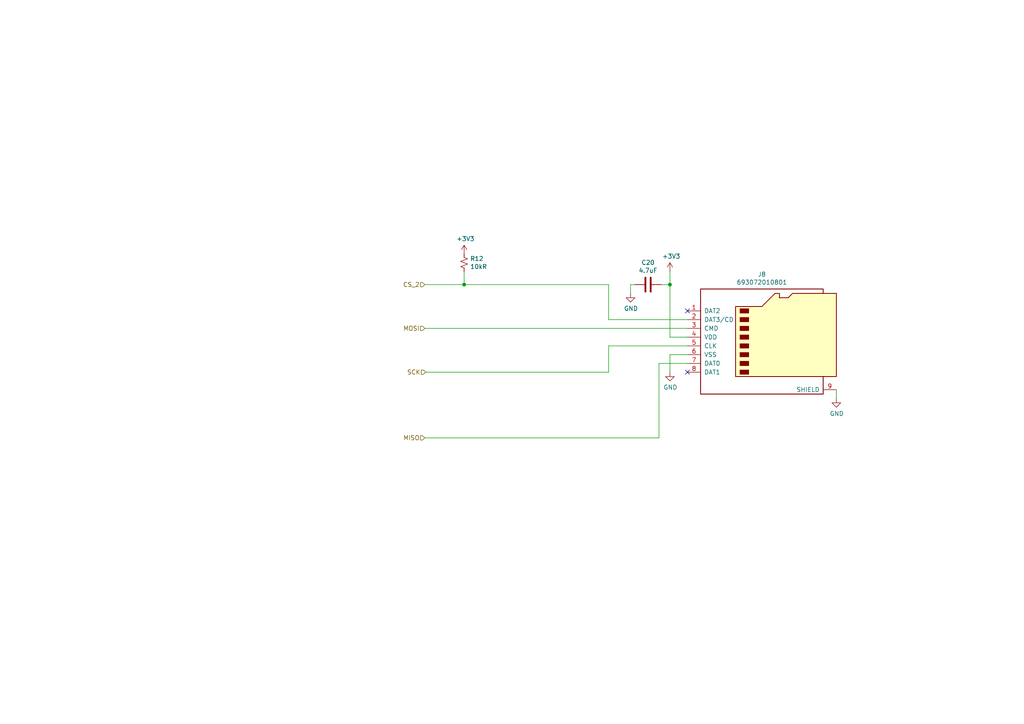
<source format=kicad_sch>
(kicad_sch (version 20211123) (generator eeschema)
  (paper "A4")
  (lib_symbols
    (symbol "Connector:Micro_SD_Card" (pin_names (offset 1.016))
      (property "Reference" "J" (at -16.51 15.24 0))
      (property "Value" "Micro_SD_Card" (at 16.51 15.24 0))
      (symbol "Micro_SD_Card_0_1"
        (rectangle (start -7.62 -9.525) (end -5.08 -10.795) (fill (type outline)))
        (rectangle (start -7.62 -6.985) (end -5.08 -8.255) (fill (type outline)))
        (rectangle (start -7.62 -4.445) (end -5.08 -5.715) (fill (type outline)))
        (rectangle (start -7.62 -1.905) (end -5.08 -3.175) (fill (type outline)))
        (rectangle (start -7.62 0.635) (end -5.08 -0.635) (fill (type outline)))
        (rectangle (start -7.62 3.175) (end -5.08 1.905) (fill (type outline)))
        (rectangle (start -7.62 5.715) (end -5.08 4.445) (fill (type outline)))
        (rectangle (start -7.62 8.255) (end -5.08 6.985) (fill (type outline)))
        (polyline (pts (xy 16.51 12.7) (xy 16.51 13.97) (xy -19.05 13.97) (xy -19.05 -16.51) (xy 16.51 -16.51) (xy 16.51 -11.43)) (stroke (width 0.254)))
        (polyline (pts (xy -8.89 -11.43) (xy -8.89 8.89) (xy -1.27 8.89) (xy 2.54 12.7) (xy 3.81 12.7) (xy 3.81 11.43) (xy 6.35 11.43) (xy 7.62 12.7) (xy 20.32 12.7) (xy 20.32 -11.43) (xy -8.89 -11.43)) (stroke (width 0.254)) (fill (type background)))
      )
      (symbol "Micro_SD_Card_1_1"
        (pin bidirectional line (at -22.86 7.62 0) (length 3.81) (name "DAT2") (number "1"))
        (pin bidirectional line (at -22.86 5.08 0) (length 3.81) (name "DAT3/CD") (number "2"))
        (pin input line (at -22.86 2.54 0) (length 3.81) (name "CMD") (number "3"))
        (pin power_in line (at -22.86 0 0) (length 3.81) (name "VDD") (number "4"))
        (pin input line (at -22.86 -2.54 0) (length 3.81) (name "CLK") (number "5"))
        (pin power_in line (at -22.86 -5.08 0) (length 3.81) (name "VSS") (number "6"))
        (pin bidirectional line (at -22.86 -7.62 0) (length 3.81) (name "DAT0") (number "7"))
        (pin bidirectional line (at -22.86 -10.16 0) (length 3.81) (name "DAT1") (number "8"))
        (pin passive line (at 20.32 -15.24 180) (length 3.81) (name "SHIELD") (number "9"))
      )
    )
    (symbol "Device:C" (pin_numbers hide) (pin_names (offset 0.254))
      (property "Reference" "C" (at 0.635 2.54 0))
      (property "Value" "C" (at 0.635 -2.54 0))
      (symbol "C_0_1"
        (polyline (pts (xy -2.032 -0.762) (xy 2.032 -0.762)) (stroke (width 0.508)))
        (polyline (pts (xy -2.032 0.762) (xy 2.032 0.762)) (stroke (width 0.508)))
      )
      (symbol "C_1_1"
        (pin passive line (at 0 3.81 270) (length 2.794) (name "~") (number "1"))
        (pin passive line (at 0 -3.81 90) (length 2.794) (name "~") (number "2"))
      )
    )
    (symbol "Device:R_Small_US" (pin_numbers hide) (pin_names (offset 0.254) hide)
      (property "Reference" "R" (at 0.762 0.508 0))
      (property "Value" "R_Small_US" (at 0.762 -1.016 0))
      (symbol "R_Small_US_1_1"
        (polyline (pts (xy 0 0) (xy 1.016 -0.381) (xy 0 -0.762) (xy -1.016 -1.143) (xy 0 -1.524)))
        (polyline (pts (xy 0 1.524) (xy 1.016 1.143) (xy 0 0.762) (xy -1.016 0.381) (xy 0 0)))
        (pin passive line (at 0 2.54 270) (length 1.016) (name "~") (number "1"))
        (pin passive line (at 0 -2.54 90) (length 1.016) (name "~") (number "2"))
      )
    )
    (symbol "power:+3.3V" (power) (pin_names (offset 0))
      (property "Value" "+3.3V" (at 0 3.556 0))
      (symbol "+3.3V_0_1"
        (polyline (pts (xy -0.762 1.27) (xy 0 2.54)))
        (polyline (pts (xy 0 0) (xy 0 2.54)))
        (polyline (pts (xy 0 2.54) (xy 0.762 1.27)))
      )
      (symbol "+3.3V_1_1"
        (pin power_in line (at 0 0 90) (length 0) hide (name "+3V3") (number "1"))
      )
    )
    (symbol "power:GND" (power) (pin_names (offset 0))
      (property "Value" "GND" (at 0 -3.81 0))
      (symbol "GND_0_1"
        (polyline (pts (xy 0 0) (xy 0 -1.27) (xy 1.27 -1.27) (xy 0 -2.54) (xy -1.27 -1.27) (xy 0 -1.27)))
      )
      (symbol "GND_1_1"
        (pin power_in line (at 0 0 270) (length 0) hide (name "GND") (number "1"))
      )
    )
  )
  (junction (at 194.31 82.55))
  (junction (at 134.62 82.55))
  (no_connect (at 199.39 107.95))
  (no_connect (at 199.39 90.17))
  (wire (pts (xy 134.62 78.74) (xy 134.62 82.55)))
  (wire (pts (xy 182.88 82.55) (xy 184.15 82.55)))
  (wire (pts (xy 199.39 105.41) (xy 191.135 105.41)))
  (wire (pts (xy 194.31 107.95) (xy 194.31 102.87)))
  (wire (pts (xy 176.53 100.33) (xy 176.53 107.95)))
  (wire (pts (xy 191.77 82.55) (xy 194.31 82.55)))
  (wire (pts (xy 176.53 82.55) (xy 176.53 92.71)))
  (wire (pts (xy 199.39 92.71) (xy 176.53 92.71)))
  (wire (pts (xy 123.19 127) (xy 191.135 127)))
  (wire (pts (xy 191.135 105.41) (xy 191.135 127)))
  (wire (pts (xy 194.31 97.79) (xy 194.31 82.55)))
  (wire (pts (xy 123.444 107.95) (xy 176.53 107.95)))
  (wire (pts (xy 134.62 82.55) (xy 123.19 82.55)))
  (wire (pts (xy 194.31 102.87) (xy 199.39 102.87)))
  (wire (pts (xy 242.57 113.03) (xy 242.57 115.57)))
  (wire (pts (xy 176.53 100.33) (xy 199.39 100.33)))
  (wire (pts (xy 134.62 82.55) (xy 176.53 82.55)))
  (wire (pts (xy 182.88 85.09) (xy 182.88 82.55)))
  (wire (pts (xy 123.19 95.25) (xy 199.39 95.25)))
  (wire (pts (xy 194.31 82.55) (xy 194.31 78.74)))
  (wire (pts (xy 199.39 97.79) (xy 194.31 97.79)))
  (hierarchical_label "MOSI" (shape input) (at 123.19 95.25 180))
  (hierarchical_label "SCK" (shape input) (at 123.444 107.95 180))
  (hierarchical_label "MISO" (shape input) (at 123.19 127 180))
  (hierarchical_label "CS_2" (shape input) (at 123.19 82.55 180))
  (symbol (lib_id "Connector:Micro_SD_Card") (at 222.25 97.79 0) (unit 1)
    (property "Reference" "J8" (at 220.98 79.5782 0))
    (property "Value" "693072010801" (at 220.98 81.8896 0))
    (property "Footprint" "Payload2020_custom:microSD_Molex_WM6698CT-ND" (effects hide))
    (property "Datasheet" "http://katalog.we-online.de/em/datasheet/693072010801.pdf" (effects hide))
  )
  (symbol (lib_id "power:+3.3V") (at 194.31 78.74 0) (unit 1)
    (property "Reference" "#PWR057" (effects hide))
    (property "Value" "+3.3V" (at 194.691 74.3458 0))
  )
  (symbol (lib_id "Device:C") (at 187.96 82.55 270) (unit 1)
    (property "Reference" "C20" (at 187.96 76.1492 90))
    (property "Value" "4.7uF" (at 187.96 78.4606 90))
    (property "Footprint" "Capacitor_SMD:C_0805_2012Metric_Pad1.18x1.45mm_HandSolder" (effects hide))
  )
  (symbol (lib_id "power:GND") (at 182.88 85.09 0) (unit 1)
    (property "Reference" "#PWR056" (effects hide))
    (property "Value" "GND" (at 183.007 89.4842 0))
  )
  (symbol (lib_id "power:GND") (at 194.31 107.95 0) (unit 1)
    (property "Reference" "#PWR058" (effects hide))
    (property "Value" "GND" (at 194.437 112.3442 0))
  )
  (symbol (lib_id "power:GND") (at 242.57 115.57 0) (unit 1)
    (property "Reference" "#PWR023" (effects hide))
    (property "Value" "GND" (at 242.697 119.9642 0))
  )
  (symbol (lib_id "power:+3.3V") (at 134.62 73.66 0) (unit 1)
    (property "Reference" "#PWR0101" (effects hide))
    (property "Value" "+3.3V" (at 135.001 69.2658 0))
  )
  (symbol (lib_id "Device:R_Small_US") (at 134.62 76.2 0) (unit 1)
    (property "Reference" "R12" (at 136.3472 75.0316 0) (effects (justify left)))
    (property "Value" "10kR" (at 136.3472 77.343 0) (effects (justify left)))
    (property "Footprint" "Resistor_SMD:R_0805_2012Metric_Pad1.20x1.40mm_HandSolder" (effects hide))
  )
)
</source>
